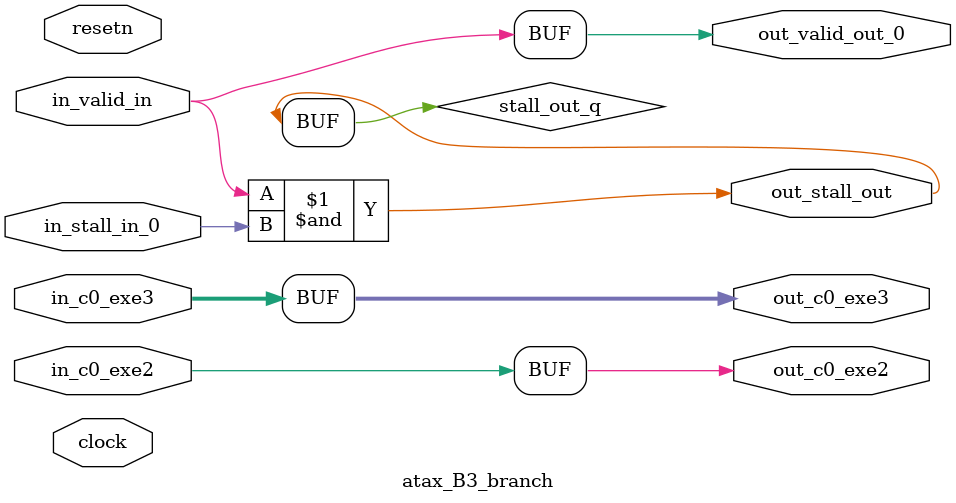
<source format=sv>



(* altera_attribute = "-name AUTO_SHIFT_REGISTER_RECOGNITION OFF; -name MESSAGE_DISABLE 10036; -name MESSAGE_DISABLE 10037; -name MESSAGE_DISABLE 14130; -name MESSAGE_DISABLE 14320; -name MESSAGE_DISABLE 15400; -name MESSAGE_DISABLE 14130; -name MESSAGE_DISABLE 10036; -name MESSAGE_DISABLE 12020; -name MESSAGE_DISABLE 12030; -name MESSAGE_DISABLE 12010; -name MESSAGE_DISABLE 12110; -name MESSAGE_DISABLE 14320; -name MESSAGE_DISABLE 13410; -name MESSAGE_DISABLE 113007; -name MESSAGE_DISABLE 10958" *)
module atax_B3_branch (
    input wire [0:0] in_c0_exe2,
    input wire [31:0] in_c0_exe3,
    input wire [0:0] in_stall_in_0,
    input wire [0:0] in_valid_in,
    output wire [0:0] out_c0_exe2,
    output wire [31:0] out_c0_exe3,
    output wire [0:0] out_stall_out,
    output wire [0:0] out_valid_out_0,
    input wire clock,
    input wire resetn
    );

    wire [0:0] stall_out_q;


    // out_c0_exe2(GPOUT,6)
    assign out_c0_exe2 = in_c0_exe2;

    // out_c0_exe3(GPOUT,7)
    assign out_c0_exe3 = in_c0_exe3;

    // stall_out(LOGICAL,10)
    assign stall_out_q = in_valid_in & in_stall_in_0;

    // out_stall_out(GPOUT,8)
    assign out_stall_out = stall_out_q;

    // out_valid_out_0(GPOUT,9)
    assign out_valid_out_0 = in_valid_in;

endmodule

</source>
